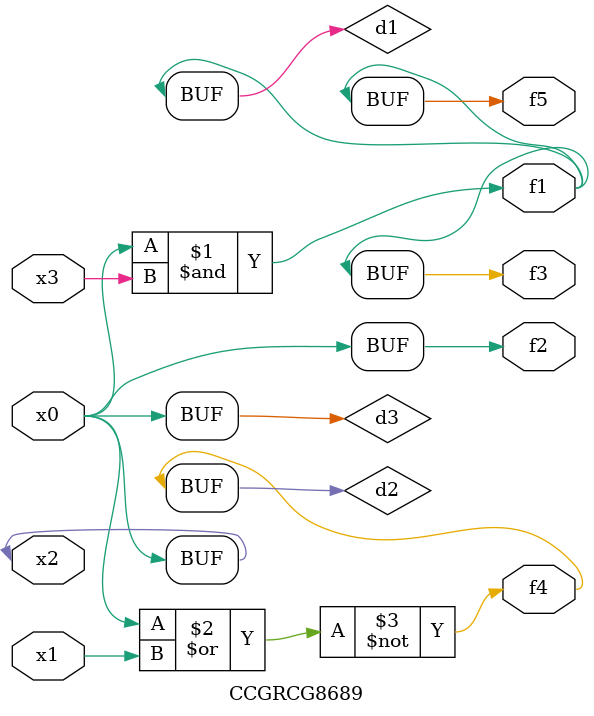
<source format=v>
module CCGRCG8689(
	input x0, x1, x2, x3,
	output f1, f2, f3, f4, f5
);

	wire d1, d2, d3;

	and (d1, x2, x3);
	nor (d2, x0, x1);
	buf (d3, x0, x2);
	assign f1 = d1;
	assign f2 = d3;
	assign f3 = d1;
	assign f4 = d2;
	assign f5 = d1;
endmodule

</source>
